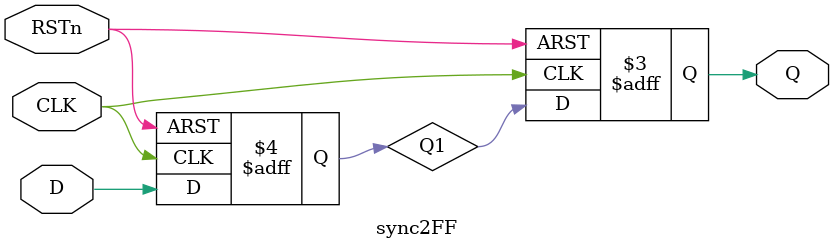
<source format=v>
module sync2FF#(
	parameter DATAWIDTH = 8
)
(
	input 						    CLK,
	input 						    RSTn,
	input      						D,
	output reg  					Q
);

reg  Q1;

always @(posedge CLK or negedge RSTn) begin
	if (!RSTn) begin
		// reset
		Q  <= 0;
		Q1 <= 0;
	end
	else begin
		Q1 <= D;
		Q  <= Q1;
	end
end

endmodule
</source>
